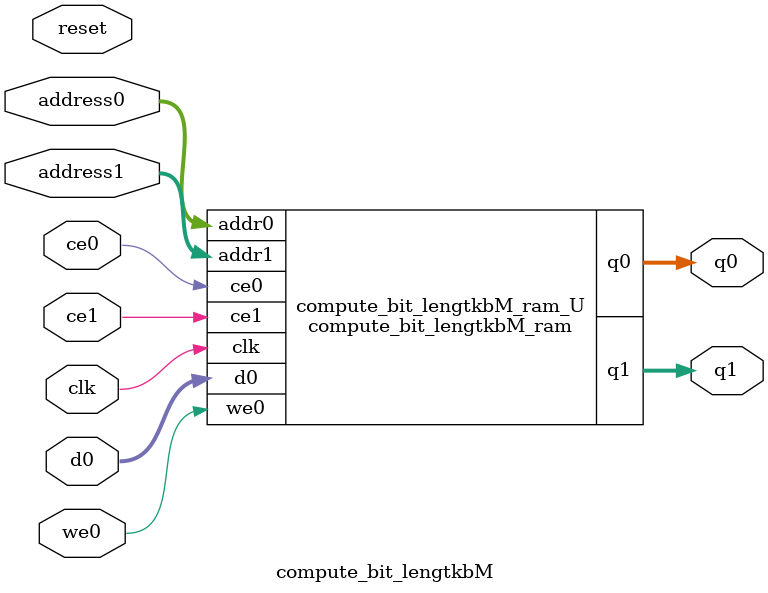
<source format=v>
`timescale 1 ns / 1 ps
module compute_bit_lengtkbM_ram (addr0, ce0, d0, we0, q0, addr1, ce1, q1,  clk);

parameter DWIDTH = 6;
parameter AWIDTH = 8;
parameter MEM_SIZE = 255;

input[AWIDTH-1:0] addr0;
input ce0;
input[DWIDTH-1:0] d0;
input we0;
output reg[DWIDTH-1:0] q0;
input[AWIDTH-1:0] addr1;
input ce1;
output reg[DWIDTH-1:0] q1;
input clk;

(* ram_style = "block" *)reg [DWIDTH-1:0] ram[0:MEM_SIZE-1];




always @(posedge clk)  
begin 
    if (ce0) begin
        if (we0) 
            ram[addr0] <= d0; 
        q0 <= ram[addr0];
    end
end


always @(posedge clk)  
begin 
    if (ce1) begin
        q1 <= ram[addr1];
    end
end


endmodule

`timescale 1 ns / 1 ps
module compute_bit_lengtkbM(
    reset,
    clk,
    address0,
    ce0,
    we0,
    d0,
    q0,
    address1,
    ce1,
    q1);

parameter DataWidth = 32'd6;
parameter AddressRange = 32'd255;
parameter AddressWidth = 32'd8;
input reset;
input clk;
input[AddressWidth - 1:0] address0;
input ce0;
input we0;
input[DataWidth - 1:0] d0;
output[DataWidth - 1:0] q0;
input[AddressWidth - 1:0] address1;
input ce1;
output[DataWidth - 1:0] q1;



compute_bit_lengtkbM_ram compute_bit_lengtkbM_ram_U(
    .clk( clk ),
    .addr0( address0 ),
    .ce0( ce0 ),
    .we0( we0 ),
    .d0( d0 ),
    .q0( q0 ),
    .addr1( address1 ),
    .ce1( ce1 ),
    .q1( q1 ));

endmodule


</source>
